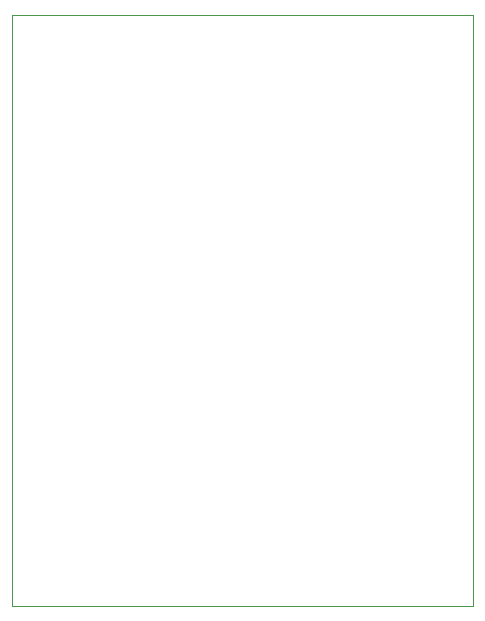
<source format=gbr>
G04 (created by PCBNEW (25-Oct-2014 BZR 4029)-stable) date Sun 04 Oct 2015 01:48:44 PM EDT*
%MOIN*%
G04 Gerber Fmt 3.4, Leading zero omitted, Abs format*
%FSLAX34Y34*%
G01*
G70*
G90*
G04 APERTURE LIST*
%ADD10C,0.00590551*%
%ADD11C,0.00393701*%
G04 APERTURE END LIST*
G54D10*
G54D11*
X84251Y-39370D02*
X68897Y-39370D01*
X84251Y-59055D02*
X84251Y-39370D01*
X68897Y-59055D02*
X84251Y-59055D01*
X68897Y-39370D02*
X68897Y-59055D01*
M02*

</source>
